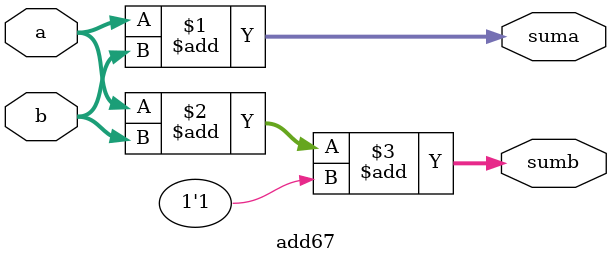
<source format=v>
`timescale 1ns / 1ps

module mpadder (
  input wire clk,
  input wire subtract,
  input wire [1026:0] in_a,
  input wire [1026:0] in_b,
  output wire [1027:0] result
);

    wire [1026:0] MuxB = (subtract) ? ~in_b : in_b;
    wire [1027:0] Sum;
    
    
    wire [1027:0] sumA;
    wire [1027:64] sumB;
    
    wire [14:0] carryA;
    wire [14:1] carryB;
    
    wire carry1;
    wire carry2;
    wire carry3;
    wire carry4;
    wire carry5;
    wire carry6;
    wire carry7;
    wire carry8;
    wire carry9;
    wire carry10;
    wire carry11;
    wire carry12;
    wire carry13;
    wire carry14;
    wire carry15;
    
  assign {carryA[0],sumA[63:0]} = in_a[63:0] + MuxB[63:0] + subtract;   
  //assign {carryB[0],sumB[63:0]} = 65'b0;
  add64 A2(in_a[127:64], MuxB[127:64],sumA[127:64], carryA[1], sumB[127:64], carryB[1]);
  add64 A3(in_a[191:128], MuxB[191:128],sumA[191:128], carryA[2], sumB[191:128], carryB[2]);
  add64 A4(in_a[255:192], MuxB[255:192],sumA[255:192], carryA[3], sumB[255:192], carryB[3]);
  add64 A5(in_a[319:256], MuxB[319:256],sumA[319:256], carryA[4], sumB[319:256], carryB[4]);
  add64 A6(in_a[383:320], MuxB[383:320],sumA[383:320], carryA[5], sumB[383:320], carryB[5]);
  add64 A7(in_a[447:384], MuxB[447:384],sumA[447:384], carryA[6], sumB[447:384], carryB[6]);
  add64 A8(in_a[511:448], MuxB[511:448],sumA[511:448], carryA[7], sumB[511:448], carryB[7]);
  add64 A9(in_a[575:512], MuxB[575:512],sumA[575:512], carryA[8], sumB[575:512], carryB[8]);
  add64 A10(in_a[639:576], MuxB[639:576],sumA[639:576], carryA[9], sumB[639:576], carryB[9]);
  add64 A11(in_a[703:640], MuxB[703:640],sumA[703:640], carryA[10], sumB[703:640], carryB[10]);
  add64 A12(in_a[767:704], MuxB[767:704],sumA[767:704], carryA[11], sumB[767:704], carryB[11]);
  add64 A13(in_a[831:768], MuxB[831:768],sumA[831:768], carryA[12], sumB[831:768], carryB[12]);
  add64 A14(in_a[895:832], MuxB[895:832],sumA[895:832], carryA[13], sumB[895:832], carryB[13]);
  add64 A15(in_a[959:896], MuxB[959:896],sumA[959:896], carryA[14], sumB[959:896], carryB[14]);
  add67 A16(in_a[1026:960], MuxB[1026:960],sumA[1027:960], sumB[1027:960]);
  

    


  reg [1027:0] regA;
  reg [1027:64] regB;
  reg [14:0] regcA;
  reg [14:1] regcB;
  reg sub;
  always @(posedge clk) 
  begin
    regA <= sumA;
    regB <= sumB;
    regcA <= carryA;
    regcB <= carryB;
    sub <= subtract;
  end  
  
    assign carry1 = regcA[0];
    assign carry2 = carry1? regcB[1]: regcA[1];
    assign carry3 = carry2? regcB[2]: regcA[2];
    assign carry4 = carry3? regcB[3]: regcA[3];
    assign carry5 = carry4? regcB[4]: regcA[4];
    assign carry6 = carry5? regcB[5]: regcA[5];
    assign carry7 = carry6? regcB[6]: regcA[6];
    assign carry8 = carry7? regcB[7]: regcA[7];
    assign carry9 = carry8? regcB[8]: regcA[8];
    assign carry10 = carry9? regcB[9]: regcA[9];
    assign carry11 = carry10? regcB[10]: regcA[10];
    assign carry12 = carry11? regcB[11]: regcA[11];
    assign carry13 = carry12? regcB[12]: regcA[12];
    assign carry14 = carry13? regcB[13]: regcA[13];
    assign carry15 = carry14? regcB[14]: regcA[14];
  
    assign Sum[63:0] = regA[63:0];
    assign Sum[127:64] = carry1? regB[127:64]: regA[127:64];
    assign Sum[191:128] = carry2? regB[191:128]: regA[191:128];
    assign Sum[255:192] = carry3? regB[255:192]: regA[255:192];
    assign Sum[319:256] = carry4? regB[319:256]: regA[319:256];
    assign Sum[383:320] = carry5? regB[383:320]: regA[383:320];
    assign Sum[447:384] = carry6? regB[447:384]: regA[447:384];
    assign Sum[511:448] = carry7? regB[511:448]: regA[511:448];
    assign Sum[575:512] = carry8? regB[575:512]: regA[575:512];
    assign Sum[639:576] = carry9? regB[639:576]: regA[639:576];
    assign Sum[703:640] = carry10? regB[703:640]: regA[703:640];
    assign Sum[767:704] = carry11? regB[767:704]: regA[767:704];
    assign Sum[831:768] = carry12? regB[831:768]: regA[831:768];
    assign Sum[895:832] = carry13? regB[895:832]: regA[895:832];
    assign Sum[959:896] = carry14? regB[959:896]: regA[959:896];
    assign Sum[1027:960] = carry15? regB[1027:960]: regA[1027:960];
  

  wire carry_out = sub ^ Sum[1027];
  assign result = {carry_out, Sum[1026:0]};


endmodule

module add64(
    input wire [63:0] a,
    input wire [63:0] b,
    output wire [63:0] suma,
    output wire carrya,
    output wire [63:0] sumb,
    output wire carryb
    );
    
    assign {carrya, suma} = a+b;
    assign {carryb, sumb} = a+b+1'b1;
    
    
endmodule

module add67(
    input wire [66:0] a,
    input wire [66:0] b,
    output wire [67:0] suma,
    output wire [67:0] sumb
    );
    
    assign suma= a+b;
    assign sumb = a+b+1'b1;
    
    
endmodule

</source>
